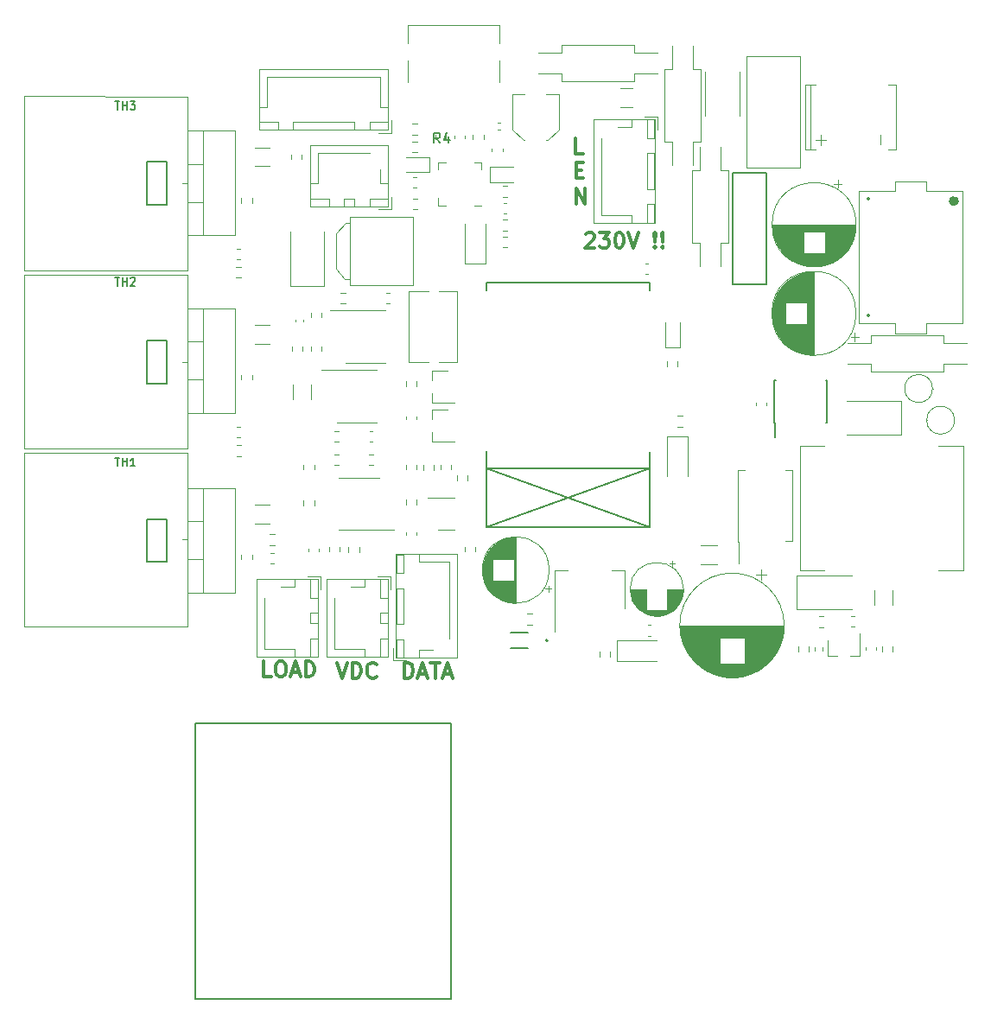
<source format=gto>
G04 #@! TF.GenerationSoftware,KiCad,Pcbnew,(5.1.9-13-g2d491f9cbd)-1*
G04 #@! TF.CreationDate,2021-06-08T14:19:33+02:00*
G04 #@! TF.ProjectId,Load,4c6f6164-2e6b-4696-9361-645f70636258,rev?*
G04 #@! TF.SameCoordinates,Original*
G04 #@! TF.FileFunction,Legend,Top*
G04 #@! TF.FilePolarity,Positive*
%FSLAX46Y46*%
G04 Gerber Fmt 4.6, Leading zero omitted, Abs format (unit mm)*
G04 Created by KiCad (PCBNEW (5.1.9-13-g2d491f9cbd)-1) date 2021-06-08 14:19:33*
%MOMM*%
%LPD*%
G01*
G04 APERTURE LIST*
%ADD10C,0.300000*%
%ADD11C,0.120000*%
%ADD12C,0.150000*%
%ADD13C,0.200000*%
%ADD14C,0.127000*%
%ADD15C,0.600000*%
%ADD16C,0.152400*%
G04 APERTURE END LIST*
D10*
X37374000Y-65829571D02*
X37374000Y-64329571D01*
X37731142Y-64329571D01*
X37945428Y-64401000D01*
X38088285Y-64543857D01*
X38159714Y-64686714D01*
X38231142Y-64972428D01*
X38231142Y-65186714D01*
X38159714Y-65472428D01*
X38088285Y-65615285D01*
X37945428Y-65758142D01*
X37731142Y-65829571D01*
X37374000Y-65829571D01*
X38802571Y-65401000D02*
X39516857Y-65401000D01*
X38659714Y-65829571D02*
X39159714Y-64329571D01*
X39659714Y-65829571D01*
X39945428Y-64329571D02*
X40802571Y-64329571D01*
X40374000Y-65829571D02*
X40374000Y-64329571D01*
X41231142Y-65401000D02*
X41945428Y-65401000D01*
X41088285Y-65829571D02*
X41588285Y-64329571D01*
X42088285Y-65829571D01*
X30766000Y-64329571D02*
X31266000Y-65829571D01*
X31766000Y-64329571D01*
X32266000Y-65829571D02*
X32266000Y-64329571D01*
X32623142Y-64329571D01*
X32837428Y-64401000D01*
X32980285Y-64543857D01*
X33051714Y-64686714D01*
X33123142Y-64972428D01*
X33123142Y-65186714D01*
X33051714Y-65472428D01*
X32980285Y-65615285D01*
X32837428Y-65758142D01*
X32623142Y-65829571D01*
X32266000Y-65829571D01*
X34623142Y-65686714D02*
X34551714Y-65758142D01*
X34337428Y-65829571D01*
X34194571Y-65829571D01*
X33980285Y-65758142D01*
X33837428Y-65615285D01*
X33766000Y-65472428D01*
X33694571Y-65186714D01*
X33694571Y-64972428D01*
X33766000Y-64686714D01*
X33837428Y-64543857D01*
X33980285Y-64401000D01*
X34194571Y-64329571D01*
X34337428Y-64329571D01*
X34551714Y-64401000D01*
X34623142Y-64472428D01*
X24320714Y-65702571D02*
X23606428Y-65702571D01*
X23606428Y-64202571D01*
X25106428Y-64202571D02*
X25392142Y-64202571D01*
X25535000Y-64274000D01*
X25677857Y-64416857D01*
X25749285Y-64702571D01*
X25749285Y-65202571D01*
X25677857Y-65488285D01*
X25535000Y-65631142D01*
X25392142Y-65702571D01*
X25106428Y-65702571D01*
X24963571Y-65631142D01*
X24820714Y-65488285D01*
X24749285Y-65202571D01*
X24749285Y-64702571D01*
X24820714Y-64416857D01*
X24963571Y-64274000D01*
X25106428Y-64202571D01*
X26320714Y-65274000D02*
X27035000Y-65274000D01*
X26177857Y-65702571D02*
X26677857Y-64202571D01*
X27177857Y-65702571D01*
X27677857Y-65702571D02*
X27677857Y-64202571D01*
X28035000Y-64202571D01*
X28249285Y-64274000D01*
X28392142Y-64416857D01*
X28463571Y-64559714D01*
X28535000Y-64845428D01*
X28535000Y-65059714D01*
X28463571Y-65345428D01*
X28392142Y-65488285D01*
X28249285Y-65631142D01*
X28035000Y-65702571D01*
X27677857Y-65702571D01*
X55142285Y-22308428D02*
X55213714Y-22237000D01*
X55356571Y-22165571D01*
X55713714Y-22165571D01*
X55856571Y-22237000D01*
X55928000Y-22308428D01*
X55999428Y-22451285D01*
X55999428Y-22594142D01*
X55928000Y-22808428D01*
X55070857Y-23665571D01*
X55999428Y-23665571D01*
X56499428Y-22165571D02*
X57428000Y-22165571D01*
X56928000Y-22737000D01*
X57142285Y-22737000D01*
X57285142Y-22808428D01*
X57356571Y-22879857D01*
X57428000Y-23022714D01*
X57428000Y-23379857D01*
X57356571Y-23522714D01*
X57285142Y-23594142D01*
X57142285Y-23665571D01*
X56713714Y-23665571D01*
X56570857Y-23594142D01*
X56499428Y-23522714D01*
X58356571Y-22165571D02*
X58499428Y-22165571D01*
X58642285Y-22237000D01*
X58713714Y-22308428D01*
X58785142Y-22451285D01*
X58856571Y-22737000D01*
X58856571Y-23094142D01*
X58785142Y-23379857D01*
X58713714Y-23522714D01*
X58642285Y-23594142D01*
X58499428Y-23665571D01*
X58356571Y-23665571D01*
X58213714Y-23594142D01*
X58142285Y-23522714D01*
X58070857Y-23379857D01*
X57999428Y-23094142D01*
X57999428Y-22737000D01*
X58070857Y-22451285D01*
X58142285Y-22308428D01*
X58213714Y-22237000D01*
X58356571Y-22165571D01*
X59285142Y-22165571D02*
X59785142Y-23665571D01*
X60285142Y-22165571D01*
X61928000Y-23522714D02*
X61999428Y-23594142D01*
X61928000Y-23665571D01*
X61856571Y-23594142D01*
X61928000Y-23522714D01*
X61928000Y-23665571D01*
X61928000Y-23094142D02*
X61856571Y-22237000D01*
X61928000Y-22165571D01*
X61999428Y-22237000D01*
X61928000Y-23094142D01*
X61928000Y-22165571D01*
X62642285Y-23522714D02*
X62713714Y-23594142D01*
X62642285Y-23665571D01*
X62570857Y-23594142D01*
X62642285Y-23522714D01*
X62642285Y-23665571D01*
X62642285Y-23094142D02*
X62570857Y-22237000D01*
X62642285Y-22165571D01*
X62713714Y-22237000D01*
X62642285Y-23094142D01*
X62642285Y-22165571D01*
X54189428Y-19341571D02*
X54189428Y-17841571D01*
X55046571Y-19341571D01*
X55046571Y-17841571D01*
X54196571Y-16055857D02*
X54696571Y-16055857D01*
X54910857Y-16841571D02*
X54196571Y-16841571D01*
X54196571Y-15341571D01*
X54910857Y-15341571D01*
X54882285Y-14441571D02*
X54168000Y-14441571D01*
X54168000Y-12941571D01*
D11*
X44337500Y-52975742D02*
X44337500Y-53450258D01*
X43292500Y-52975742D02*
X43292500Y-53450258D01*
X47006742Y-20940500D02*
X47481258Y-20940500D01*
X47006742Y-21985500D02*
X47481258Y-21985500D01*
X47006742Y-18683500D02*
X47481258Y-18683500D01*
X47006742Y-17638500D02*
X47481258Y-17638500D01*
X70118000Y-52513000D02*
X70048000Y-52513000D01*
X70048000Y-45493000D02*
X70048000Y-52513000D01*
X75388000Y-52433000D02*
X75388000Y-45493000D01*
X70048000Y-45493000D02*
X70718000Y-45493000D01*
X74718000Y-45493000D02*
X75388000Y-45493000D01*
X74718000Y-52433000D02*
X75388000Y-52433000D01*
X70118000Y-52513000D02*
X70118000Y-54603000D01*
X92119000Y-55259000D02*
X89706000Y-55259000D01*
X92119000Y-43067000D02*
X89706000Y-43067000D01*
X92119000Y-55259000D02*
X92119000Y-43067000D01*
X76117000Y-55259000D02*
X78530000Y-55259000D01*
X76117000Y-43067000D02*
X78530000Y-43067000D01*
X76117000Y-55259000D02*
X76117000Y-43067000D01*
X57545500Y-63262742D02*
X57545500Y-63737258D01*
X56500500Y-63262742D02*
X56500500Y-63737258D01*
X58202000Y-62163000D02*
X58202000Y-64163000D01*
X58202000Y-64163000D02*
X62102000Y-64163000D01*
X58202000Y-62163000D02*
X62102000Y-62163000D01*
X89127000Y-37463000D02*
X89197000Y-37463000D01*
X89127000Y-37463000D02*
G75*
G03*
X89127000Y-37463000I-1370000J0D01*
G01*
X88546000Y-40563000D02*
X88476000Y-40563000D01*
X91286000Y-40563000D02*
G75*
G03*
X91286000Y-40563000I-1370000J0D01*
G01*
X59874000Y-4547000D02*
X62160000Y-4547000D01*
X59874000Y-3785000D02*
X59874000Y-4547000D01*
X52762000Y-3785000D02*
X59874000Y-3785000D01*
X52762000Y-4547000D02*
X52762000Y-3785000D01*
X50476000Y-4547000D02*
X52762000Y-4547000D01*
X50603000Y-6579000D02*
X50476000Y-6579000D01*
X59874000Y-6579000D02*
X62160000Y-6579000D01*
X59874000Y-7341000D02*
X59874000Y-6579000D01*
X52762000Y-6579000D02*
X50603000Y-6579000D01*
X52762000Y-7341000D02*
X52762000Y-6579000D01*
X59874000Y-7341000D02*
X52762000Y-7341000D01*
X31895500Y-53500258D02*
X31895500Y-53025742D01*
X32940500Y-53500258D02*
X32940500Y-53025742D01*
X28958000Y-53403580D02*
X28958000Y-53122420D01*
X27938000Y-53403580D02*
X27938000Y-53122420D01*
X35734000Y-56153000D02*
X29764000Y-56153000D01*
X29764000Y-56153000D02*
X29764000Y-63773000D01*
X29764000Y-63773000D02*
X35734000Y-63773000D01*
X35734000Y-63773000D02*
X35734000Y-56153000D01*
X35724000Y-59463000D02*
X34974000Y-59463000D01*
X34974000Y-59463000D02*
X34974000Y-60463000D01*
X34974000Y-60463000D02*
X35724000Y-60463000D01*
X35724000Y-60463000D02*
X35724000Y-59463000D01*
X35724000Y-56163000D02*
X34974000Y-56163000D01*
X34974000Y-56163000D02*
X34974000Y-57963000D01*
X34974000Y-57963000D02*
X35724000Y-57963000D01*
X35724000Y-57963000D02*
X35724000Y-56163000D01*
X35724000Y-61963000D02*
X34974000Y-61963000D01*
X34974000Y-61963000D02*
X34974000Y-63763000D01*
X34974000Y-63763000D02*
X35724000Y-63763000D01*
X35724000Y-63763000D02*
X35724000Y-61963000D01*
X33474000Y-56163000D02*
X33474000Y-56913000D01*
X33474000Y-56913000D02*
X32134000Y-56913000D01*
X30524000Y-59963000D02*
X30524000Y-57973000D01*
X33474000Y-63763000D02*
X33474000Y-63013000D01*
X33474000Y-63013000D02*
X30524000Y-63013000D01*
X30524000Y-63013000D02*
X30524000Y-59963000D01*
X36024000Y-57113000D02*
X36024000Y-55863000D01*
X36024000Y-55863000D02*
X34774000Y-55863000D01*
X36268000Y-64113000D02*
X37518000Y-64113000D01*
X36268000Y-62863000D02*
X36268000Y-64113000D01*
X41768000Y-54463000D02*
X41768000Y-58763000D01*
X38818000Y-54463000D02*
X41768000Y-54463000D01*
X38818000Y-53713000D02*
X38818000Y-54463000D01*
X41768000Y-58763000D02*
X41768000Y-62003000D01*
X38818000Y-63063000D02*
X40158000Y-63063000D01*
X38818000Y-63813000D02*
X38818000Y-63063000D01*
X36568000Y-53713000D02*
X36568000Y-55513000D01*
X37318000Y-53713000D02*
X36568000Y-53713000D01*
X37318000Y-55513000D02*
X37318000Y-53713000D01*
X36568000Y-55513000D02*
X37318000Y-55513000D01*
X36568000Y-62013000D02*
X36568000Y-63813000D01*
X37318000Y-62013000D02*
X36568000Y-62013000D01*
X37318000Y-63813000D02*
X37318000Y-62013000D01*
X36568000Y-63813000D02*
X37318000Y-63813000D01*
X36568000Y-57013000D02*
X36568000Y-60513000D01*
X37318000Y-57013000D02*
X36568000Y-57013000D01*
X37318000Y-60513000D02*
X37318000Y-57013000D01*
X36568000Y-60513000D02*
X37318000Y-60513000D01*
X36558000Y-53703000D02*
X36558000Y-63823000D01*
X42528000Y-53703000D02*
X36558000Y-53703000D01*
X42528000Y-63823000D02*
X42528000Y-53703000D01*
X36558000Y-63823000D02*
X42528000Y-63823000D01*
X47006742Y-23636500D02*
X47481258Y-23636500D01*
X47006742Y-22591500D02*
X47481258Y-22591500D01*
X40108000Y-35683000D02*
X41568000Y-35683000D01*
X40108000Y-38843000D02*
X42268000Y-38843000D01*
X40108000Y-38843000D02*
X40108000Y-37913000D01*
X40108000Y-35683000D02*
X40108000Y-36613000D01*
X35778000Y-19623000D02*
X35778000Y-13653000D01*
X35778000Y-13653000D02*
X28158000Y-13653000D01*
X28158000Y-13653000D02*
X28158000Y-19623000D01*
X28158000Y-19623000D02*
X35778000Y-19623000D01*
X32468000Y-19613000D02*
X32468000Y-18863000D01*
X32468000Y-18863000D02*
X31468000Y-18863000D01*
X31468000Y-18863000D02*
X31468000Y-19613000D01*
X31468000Y-19613000D02*
X32468000Y-19613000D01*
X35768000Y-19613000D02*
X35768000Y-18863000D01*
X35768000Y-18863000D02*
X33968000Y-18863000D01*
X33968000Y-18863000D02*
X33968000Y-19613000D01*
X33968000Y-19613000D02*
X35768000Y-19613000D01*
X29968000Y-19613000D02*
X29968000Y-18863000D01*
X29968000Y-18863000D02*
X28168000Y-18863000D01*
X28168000Y-18863000D02*
X28168000Y-19613000D01*
X28168000Y-19613000D02*
X29968000Y-19613000D01*
X35768000Y-17363000D02*
X35018000Y-17363000D01*
X35018000Y-17363000D02*
X35018000Y-16023000D01*
X31968000Y-14413000D02*
X33958000Y-14413000D01*
X28168000Y-17363000D02*
X28918000Y-17363000D01*
X28918000Y-17363000D02*
X28918000Y-14413000D01*
X28918000Y-14413000D02*
X31968000Y-14413000D01*
X34818000Y-19913000D02*
X36068000Y-19913000D01*
X36068000Y-19913000D02*
X36068000Y-18663000D01*
X36068000Y-12413000D02*
X36068000Y-11163000D01*
X34818000Y-12413000D02*
X36068000Y-12413000D01*
X23918000Y-6913000D02*
X29468000Y-6913000D01*
X23918000Y-9863000D02*
X23918000Y-6913000D01*
X23168000Y-9863000D02*
X23918000Y-9863000D01*
X35018000Y-6913000D02*
X29468000Y-6913000D01*
X35018000Y-9863000D02*
X35018000Y-6913000D01*
X35768000Y-9863000D02*
X35018000Y-9863000D01*
X23168000Y-12113000D02*
X24968000Y-12113000D01*
X23168000Y-11363000D02*
X23168000Y-12113000D01*
X24968000Y-11363000D02*
X23168000Y-11363000D01*
X24968000Y-12113000D02*
X24968000Y-11363000D01*
X33968000Y-12113000D02*
X35768000Y-12113000D01*
X33968000Y-11363000D02*
X33968000Y-12113000D01*
X35768000Y-11363000D02*
X33968000Y-11363000D01*
X35768000Y-12113000D02*
X35768000Y-11363000D01*
X26468000Y-12113000D02*
X32468000Y-12113000D01*
X26468000Y-11363000D02*
X26468000Y-12113000D01*
X32468000Y-11363000D02*
X26468000Y-11363000D01*
X32468000Y-12113000D02*
X32468000Y-11363000D01*
X23158000Y-12123000D02*
X35778000Y-12123000D01*
X23158000Y-6153000D02*
X23158000Y-12123000D01*
X35778000Y-6153000D02*
X23158000Y-6153000D01*
X35778000Y-12123000D02*
X35778000Y-6153000D01*
X43323000Y-25237000D02*
X43323000Y-21337000D01*
X45323000Y-25237000D02*
X45323000Y-21337000D01*
X43323000Y-25237000D02*
X45323000Y-25237000D01*
X65135000Y-42113000D02*
X65135000Y-46013000D01*
X63135000Y-42113000D02*
X63135000Y-46013000D01*
X65135000Y-42113000D02*
X63135000Y-42113000D01*
D12*
X73643000Y-40838000D02*
X73693000Y-40838000D01*
X73643000Y-36688000D02*
X73788000Y-36688000D01*
X78793000Y-36688000D02*
X78648000Y-36688000D01*
X78793000Y-40838000D02*
X78648000Y-40838000D01*
X73643000Y-40838000D02*
X73643000Y-36688000D01*
X78793000Y-40838000D02*
X78793000Y-36688000D01*
X73693000Y-40838000D02*
X73693000Y-42238000D01*
D11*
X32718000Y-40773000D02*
X34668000Y-40773000D01*
X32718000Y-40773000D02*
X30768000Y-40773000D01*
X32718000Y-35653000D02*
X34668000Y-35653000D01*
X32718000Y-35653000D02*
X29268000Y-35653000D01*
X32918000Y-46203000D02*
X30968000Y-46203000D01*
X32918000Y-46203000D02*
X34868000Y-46203000D01*
X32918000Y-51323000D02*
X30968000Y-51323000D01*
X32918000Y-51323000D02*
X36368000Y-51323000D01*
X41468000Y-51323000D02*
X42268000Y-51323000D01*
X41468000Y-51323000D02*
X40668000Y-51323000D01*
X41468000Y-48203000D02*
X42268000Y-48203000D01*
X41468000Y-48203000D02*
X39668000Y-48203000D01*
X41433000Y-19523000D02*
X40708000Y-19523000D01*
X40708000Y-19523000D02*
X40708000Y-18798000D01*
X44203000Y-15303000D02*
X44928000Y-15303000D01*
X44928000Y-15303000D02*
X44928000Y-16028000D01*
X41433000Y-15303000D02*
X40708000Y-15303000D01*
X40708000Y-15303000D02*
X40708000Y-16028000D01*
X44203000Y-19523000D02*
X44928000Y-19523000D01*
D12*
X69567000Y-16302000D02*
X69567000Y-27224000D01*
X72869000Y-16302000D02*
X72869000Y-27224000D01*
X72869000Y-27224000D02*
X69567000Y-27224000D01*
X72869000Y-16302000D02*
X69567000Y-16302000D01*
D11*
X42548000Y-27948000D02*
X42548000Y-34898000D01*
X37808000Y-27948000D02*
X37808000Y-34898000D01*
X42548000Y-27948000D02*
X40762000Y-27948000D01*
X39772000Y-27948000D02*
X37808000Y-27948000D01*
X42548000Y-34898000D02*
X40762000Y-34898000D01*
X39772000Y-34898000D02*
X37808000Y-34898000D01*
X77598000Y-63145641D02*
X77598000Y-62838359D01*
X78358000Y-63145641D02*
X78358000Y-62838359D01*
X76976500Y-62754742D02*
X76976500Y-63229258D01*
X75931500Y-62754742D02*
X75931500Y-63229258D01*
X83408000Y-58690064D02*
X83408000Y-57235936D01*
X85228000Y-58690064D02*
X85228000Y-57235936D01*
X70228000Y-6385936D02*
X70228000Y-10740064D01*
X66808000Y-6385936D02*
X66808000Y-10740064D01*
X24145064Y-15673000D02*
X22690936Y-15673000D01*
X24145064Y-13853000D02*
X22690936Y-13853000D01*
X24145064Y-33073000D02*
X22690936Y-33073000D01*
X24145064Y-31253000D02*
X22690936Y-31253000D01*
X28228000Y-37085936D02*
X28228000Y-38540064D01*
X26408000Y-37085936D02*
X26408000Y-38540064D01*
X24145064Y-50673000D02*
X22690936Y-50673000D01*
X24145064Y-48853000D02*
X22690936Y-48853000D01*
X29957500Y-53450258D02*
X29957500Y-52975742D01*
X31002500Y-53450258D02*
X31002500Y-52975742D01*
X49855258Y-60585500D02*
X49380742Y-60585500D01*
X49855258Y-59540500D02*
X49380742Y-59540500D01*
X44095500Y-13050258D02*
X44095500Y-12575742D01*
X45140500Y-13050258D02*
X45140500Y-12575742D01*
X16148000Y-22443000D02*
X16148000Y-12203000D01*
X20789000Y-22443000D02*
X20789000Y-12203000D01*
X16148000Y-22443000D02*
X20789000Y-22443000D01*
X16148000Y-12203000D02*
X20789000Y-12203000D01*
X17658000Y-22443000D02*
X17658000Y-12203000D01*
X16148000Y-19173000D02*
X17658000Y-19173000D01*
X16148000Y-15472000D02*
X17658000Y-15472000D01*
X16148000Y-57443000D02*
X16148000Y-47203000D01*
X20789000Y-57443000D02*
X20789000Y-47203000D01*
X16148000Y-57443000D02*
X20789000Y-57443000D01*
X16148000Y-47203000D02*
X20789000Y-47203000D01*
X17658000Y-57443000D02*
X17658000Y-47203000D01*
X16148000Y-54173000D02*
X17658000Y-54173000D01*
X16148000Y-50472000D02*
X17658000Y-50472000D01*
X32018000Y-27363000D02*
X38218000Y-27363000D01*
X38218000Y-27363000D02*
X38218000Y-20663000D01*
X38218000Y-20663000D02*
X32018000Y-20663000D01*
X32018000Y-20663000D02*
X32018000Y-27363000D01*
X30718000Y-22263000D02*
X30718000Y-25763000D01*
X31518000Y-26763000D02*
X32018000Y-26763000D01*
X31568000Y-21263000D02*
X32018000Y-21263000D01*
X31568000Y-21263000D02*
X30718000Y-22263000D01*
X31518000Y-26763000D02*
X30718000Y-25763000D01*
X40108000Y-39533000D02*
X40108000Y-40463000D01*
X40108000Y-42693000D02*
X40108000Y-41763000D01*
X40108000Y-42693000D02*
X42268000Y-42693000D01*
X40108000Y-39533000D02*
X41568000Y-39533000D01*
X29166000Y-55863000D02*
X27916000Y-55863000D01*
X29166000Y-57113000D02*
X29166000Y-55863000D01*
X23666000Y-63013000D02*
X23666000Y-59963000D01*
X26616000Y-63013000D02*
X23666000Y-63013000D01*
X26616000Y-63763000D02*
X26616000Y-63013000D01*
X23666000Y-59963000D02*
X23666000Y-57973000D01*
X26616000Y-56913000D02*
X25276000Y-56913000D01*
X26616000Y-56163000D02*
X26616000Y-56913000D01*
X28866000Y-63763000D02*
X28866000Y-61963000D01*
X28116000Y-63763000D02*
X28866000Y-63763000D01*
X28116000Y-61963000D02*
X28116000Y-63763000D01*
X28866000Y-61963000D02*
X28116000Y-61963000D01*
X28866000Y-57963000D02*
X28866000Y-56163000D01*
X28116000Y-57963000D02*
X28866000Y-57963000D01*
X28116000Y-56163000D02*
X28116000Y-57963000D01*
X28866000Y-56163000D02*
X28116000Y-56163000D01*
X28866000Y-60463000D02*
X28866000Y-59463000D01*
X28116000Y-60463000D02*
X28866000Y-60463000D01*
X28116000Y-59463000D02*
X28116000Y-60463000D01*
X28866000Y-59463000D02*
X28116000Y-59463000D01*
X28876000Y-63773000D02*
X28876000Y-56153000D01*
X22906000Y-63773000D02*
X28876000Y-63773000D01*
X22906000Y-56153000D02*
X22906000Y-63773000D01*
X28876000Y-56153000D02*
X22906000Y-56153000D01*
X86077000Y-42013000D02*
X86077000Y-38713000D01*
X86077000Y-38713000D02*
X80677000Y-38713000D01*
X86077000Y-42013000D02*
X80677000Y-42013000D01*
X76673000Y-14038000D02*
X76673000Y-7688000D01*
X76673000Y-7688000D02*
X77689000Y-7688000D01*
X77181000Y-7688000D02*
X77181000Y-14038000D01*
X77689000Y-14038000D02*
X76673000Y-14038000D01*
X84801000Y-14038000D02*
X85563000Y-14038000D01*
X85563000Y-14038000D02*
X85563000Y-7688000D01*
X85563000Y-7688000D02*
X84801000Y-7688000D01*
X77689000Y-13149000D02*
X78705000Y-13149000D01*
X78197000Y-13530000D02*
X78197000Y-12768000D01*
X78197000Y-13657000D02*
X78197000Y-12641000D01*
X84039000Y-13530000D02*
X84039000Y-12641000D01*
X26218000Y-27463000D02*
X29518000Y-27463000D01*
X29518000Y-27463000D02*
X29518000Y-22063000D01*
X26218000Y-27463000D02*
X26218000Y-22063000D01*
X48044000Y-15775000D02*
X45759000Y-15775000D01*
X45759000Y-15775000D02*
X45759000Y-17245000D01*
X45759000Y-17245000D02*
X48044000Y-17245000D01*
X37518000Y-16248000D02*
X39803000Y-16248000D01*
X39803000Y-16248000D02*
X39803000Y-14778000D01*
X39803000Y-14778000D02*
X37518000Y-14778000D01*
D13*
X51418000Y-62163000D02*
G75*
G03*
X51418000Y-62163000I-100000J0D01*
G01*
D14*
X47788000Y-61413000D02*
X49448000Y-61413000D01*
X49448000Y-62913000D02*
X47788000Y-62913000D01*
D11*
X62892000Y-30950000D02*
X62892000Y-33410000D01*
X62892000Y-33410000D02*
X64362000Y-33410000D01*
X64362000Y-33410000D02*
X64362000Y-30950000D01*
X64723000Y-57134000D02*
G75*
G03*
X64723000Y-57134000I-2620000J0D01*
G01*
X61063000Y-57134000D02*
X59523000Y-57134000D01*
X64683000Y-57134000D02*
X63143000Y-57134000D01*
X61063000Y-57174000D02*
X59523000Y-57174000D01*
X64683000Y-57174000D02*
X63143000Y-57174000D01*
X64682000Y-57214000D02*
X63143000Y-57214000D01*
X61063000Y-57214000D02*
X59524000Y-57214000D01*
X64681000Y-57254000D02*
X63143000Y-57254000D01*
X61063000Y-57254000D02*
X59525000Y-57254000D01*
X64679000Y-57294000D02*
X63143000Y-57294000D01*
X61063000Y-57294000D02*
X59527000Y-57294000D01*
X64676000Y-57334000D02*
X63143000Y-57334000D01*
X61063000Y-57334000D02*
X59530000Y-57334000D01*
X64672000Y-57374000D02*
X63143000Y-57374000D01*
X61063000Y-57374000D02*
X59534000Y-57374000D01*
X64668000Y-57414000D02*
X63143000Y-57414000D01*
X61063000Y-57414000D02*
X59538000Y-57414000D01*
X64664000Y-57454000D02*
X63143000Y-57454000D01*
X61063000Y-57454000D02*
X59542000Y-57454000D01*
X64659000Y-57494000D02*
X63143000Y-57494000D01*
X61063000Y-57494000D02*
X59547000Y-57494000D01*
X64653000Y-57534000D02*
X63143000Y-57534000D01*
X61063000Y-57534000D02*
X59553000Y-57534000D01*
X64646000Y-57574000D02*
X63143000Y-57574000D01*
X61063000Y-57574000D02*
X59560000Y-57574000D01*
X64639000Y-57614000D02*
X63143000Y-57614000D01*
X61063000Y-57614000D02*
X59567000Y-57614000D01*
X64631000Y-57654000D02*
X63143000Y-57654000D01*
X61063000Y-57654000D02*
X59575000Y-57654000D01*
X64623000Y-57694000D02*
X63143000Y-57694000D01*
X61063000Y-57694000D02*
X59583000Y-57694000D01*
X64614000Y-57734000D02*
X63143000Y-57734000D01*
X61063000Y-57734000D02*
X59592000Y-57734000D01*
X64604000Y-57774000D02*
X63143000Y-57774000D01*
X61063000Y-57774000D02*
X59602000Y-57774000D01*
X64594000Y-57814000D02*
X63143000Y-57814000D01*
X61063000Y-57814000D02*
X59612000Y-57814000D01*
X64583000Y-57855000D02*
X63143000Y-57855000D01*
X61063000Y-57855000D02*
X59623000Y-57855000D01*
X64571000Y-57895000D02*
X63143000Y-57895000D01*
X61063000Y-57895000D02*
X59635000Y-57895000D01*
X64558000Y-57935000D02*
X63143000Y-57935000D01*
X61063000Y-57935000D02*
X59648000Y-57935000D01*
X64545000Y-57975000D02*
X63143000Y-57975000D01*
X61063000Y-57975000D02*
X59661000Y-57975000D01*
X64531000Y-58015000D02*
X63143000Y-58015000D01*
X61063000Y-58015000D02*
X59675000Y-58015000D01*
X64517000Y-58055000D02*
X63143000Y-58055000D01*
X61063000Y-58055000D02*
X59689000Y-58055000D01*
X64501000Y-58095000D02*
X63143000Y-58095000D01*
X61063000Y-58095000D02*
X59705000Y-58095000D01*
X64485000Y-58135000D02*
X63143000Y-58135000D01*
X61063000Y-58135000D02*
X59721000Y-58135000D01*
X64468000Y-58175000D02*
X63143000Y-58175000D01*
X61063000Y-58175000D02*
X59738000Y-58175000D01*
X64451000Y-58215000D02*
X63143000Y-58215000D01*
X61063000Y-58215000D02*
X59755000Y-58215000D01*
X64432000Y-58255000D02*
X63143000Y-58255000D01*
X61063000Y-58255000D02*
X59774000Y-58255000D01*
X64413000Y-58295000D02*
X63143000Y-58295000D01*
X61063000Y-58295000D02*
X59793000Y-58295000D01*
X64393000Y-58335000D02*
X63143000Y-58335000D01*
X61063000Y-58335000D02*
X59813000Y-58335000D01*
X64371000Y-58375000D02*
X63143000Y-58375000D01*
X61063000Y-58375000D02*
X59835000Y-58375000D01*
X64350000Y-58415000D02*
X63143000Y-58415000D01*
X61063000Y-58415000D02*
X59856000Y-58415000D01*
X64327000Y-58455000D02*
X63143000Y-58455000D01*
X61063000Y-58455000D02*
X59879000Y-58455000D01*
X64303000Y-58495000D02*
X63143000Y-58495000D01*
X61063000Y-58495000D02*
X59903000Y-58495000D01*
X64278000Y-58535000D02*
X63143000Y-58535000D01*
X61063000Y-58535000D02*
X59928000Y-58535000D01*
X64252000Y-58575000D02*
X63143000Y-58575000D01*
X61063000Y-58575000D02*
X59954000Y-58575000D01*
X64225000Y-58615000D02*
X63143000Y-58615000D01*
X61063000Y-58615000D02*
X59981000Y-58615000D01*
X64198000Y-58655000D02*
X63143000Y-58655000D01*
X61063000Y-58655000D02*
X60008000Y-58655000D01*
X64168000Y-58695000D02*
X63143000Y-58695000D01*
X61063000Y-58695000D02*
X60038000Y-58695000D01*
X64138000Y-58735000D02*
X63143000Y-58735000D01*
X61063000Y-58735000D02*
X60068000Y-58735000D01*
X64107000Y-58775000D02*
X63143000Y-58775000D01*
X61063000Y-58775000D02*
X60099000Y-58775000D01*
X64074000Y-58815000D02*
X63143000Y-58815000D01*
X61063000Y-58815000D02*
X60132000Y-58815000D01*
X64040000Y-58855000D02*
X63143000Y-58855000D01*
X61063000Y-58855000D02*
X60166000Y-58855000D01*
X64004000Y-58895000D02*
X63143000Y-58895000D01*
X61063000Y-58895000D02*
X60202000Y-58895000D01*
X63967000Y-58935000D02*
X63143000Y-58935000D01*
X61063000Y-58935000D02*
X60239000Y-58935000D01*
X63929000Y-58975000D02*
X63143000Y-58975000D01*
X61063000Y-58975000D02*
X60277000Y-58975000D01*
X63888000Y-59015000D02*
X63143000Y-59015000D01*
X61063000Y-59015000D02*
X60318000Y-59015000D01*
X63846000Y-59055000D02*
X63143000Y-59055000D01*
X61063000Y-59055000D02*
X60360000Y-59055000D01*
X63802000Y-59095000D02*
X63143000Y-59095000D01*
X61063000Y-59095000D02*
X60404000Y-59095000D01*
X63756000Y-59135000D02*
X63143000Y-59135000D01*
X61063000Y-59135000D02*
X60450000Y-59135000D01*
X63708000Y-59175000D02*
X60498000Y-59175000D01*
X63657000Y-59215000D02*
X60549000Y-59215000D01*
X63603000Y-59255000D02*
X60603000Y-59255000D01*
X63546000Y-59295000D02*
X60660000Y-59295000D01*
X63486000Y-59335000D02*
X60720000Y-59335000D01*
X63422000Y-59375000D02*
X60784000Y-59375000D01*
X63354000Y-59415000D02*
X60852000Y-59415000D01*
X63281000Y-59455000D02*
X60925000Y-59455000D01*
X63201000Y-59495000D02*
X61005000Y-59495000D01*
X63114000Y-59535000D02*
X61092000Y-59535000D01*
X63018000Y-59575000D02*
X61188000Y-59575000D01*
X62908000Y-59615000D02*
X61298000Y-59615000D01*
X62780000Y-59655000D02*
X61426000Y-59655000D01*
X62621000Y-59695000D02*
X61585000Y-59695000D01*
X62387000Y-59735000D02*
X61819000Y-59735000D01*
X63578000Y-54329225D02*
X63578000Y-54829225D01*
X63828000Y-54579225D02*
X63328000Y-54579225D01*
X83568000Y-62822420D02*
X83568000Y-63103580D01*
X82548000Y-62822420D02*
X82548000Y-63103580D01*
X74589000Y-60663000D02*
G75*
G03*
X74589000Y-60663000I-5120000J0D01*
G01*
X74549000Y-60663000D02*
X64389000Y-60663000D01*
X74549000Y-60703000D02*
X64389000Y-60703000D01*
X74549000Y-60743000D02*
X64389000Y-60743000D01*
X74548000Y-60783000D02*
X64390000Y-60783000D01*
X74547000Y-60823000D02*
X64391000Y-60823000D01*
X74546000Y-60863000D02*
X64392000Y-60863000D01*
X74544000Y-60903000D02*
X64394000Y-60903000D01*
X74542000Y-60943000D02*
X64396000Y-60943000D01*
X74539000Y-60983000D02*
X64399000Y-60983000D01*
X74537000Y-61023000D02*
X64401000Y-61023000D01*
X74534000Y-61063000D02*
X64404000Y-61063000D01*
X74531000Y-61103000D02*
X64407000Y-61103000D01*
X74527000Y-61143000D02*
X64411000Y-61143000D01*
X74523000Y-61183000D02*
X64415000Y-61183000D01*
X74519000Y-61223000D02*
X64419000Y-61223000D01*
X74514000Y-61263000D02*
X64424000Y-61263000D01*
X74509000Y-61303000D02*
X64429000Y-61303000D01*
X74504000Y-61343000D02*
X64434000Y-61343000D01*
X74499000Y-61384000D02*
X64439000Y-61384000D01*
X74493000Y-61424000D02*
X64445000Y-61424000D01*
X74487000Y-61464000D02*
X64451000Y-61464000D01*
X74480000Y-61504000D02*
X64458000Y-61504000D01*
X74473000Y-61544000D02*
X64465000Y-61544000D01*
X74466000Y-61584000D02*
X64472000Y-61584000D01*
X74459000Y-61624000D02*
X64479000Y-61624000D01*
X74451000Y-61664000D02*
X64487000Y-61664000D01*
X74443000Y-61704000D02*
X64495000Y-61704000D01*
X74434000Y-61744000D02*
X64504000Y-61744000D01*
X74425000Y-61784000D02*
X64513000Y-61784000D01*
X74416000Y-61824000D02*
X64522000Y-61824000D01*
X74407000Y-61864000D02*
X64531000Y-61864000D01*
X74397000Y-61904000D02*
X64541000Y-61904000D01*
X74387000Y-61944000D02*
X70710000Y-61944000D01*
X68228000Y-61944000D02*
X64551000Y-61944000D01*
X74376000Y-61984000D02*
X70710000Y-61984000D01*
X68228000Y-61984000D02*
X64562000Y-61984000D01*
X74366000Y-62024000D02*
X70710000Y-62024000D01*
X68228000Y-62024000D02*
X64572000Y-62024000D01*
X74354000Y-62064000D02*
X70710000Y-62064000D01*
X68228000Y-62064000D02*
X64584000Y-62064000D01*
X74343000Y-62104000D02*
X70710000Y-62104000D01*
X68228000Y-62104000D02*
X64595000Y-62104000D01*
X74331000Y-62144000D02*
X70710000Y-62144000D01*
X68228000Y-62144000D02*
X64607000Y-62144000D01*
X74319000Y-62184000D02*
X70710000Y-62184000D01*
X68228000Y-62184000D02*
X64619000Y-62184000D01*
X74306000Y-62224000D02*
X70710000Y-62224000D01*
X68228000Y-62224000D02*
X64632000Y-62224000D01*
X74293000Y-62264000D02*
X70710000Y-62264000D01*
X68228000Y-62264000D02*
X64645000Y-62264000D01*
X74280000Y-62304000D02*
X70710000Y-62304000D01*
X68228000Y-62304000D02*
X64658000Y-62304000D01*
X74266000Y-62344000D02*
X70710000Y-62344000D01*
X68228000Y-62344000D02*
X64672000Y-62344000D01*
X74252000Y-62384000D02*
X70710000Y-62384000D01*
X68228000Y-62384000D02*
X64686000Y-62384000D01*
X74237000Y-62424000D02*
X70710000Y-62424000D01*
X68228000Y-62424000D02*
X64701000Y-62424000D01*
X74223000Y-62464000D02*
X70710000Y-62464000D01*
X68228000Y-62464000D02*
X64715000Y-62464000D01*
X74207000Y-62504000D02*
X70710000Y-62504000D01*
X68228000Y-62504000D02*
X64731000Y-62504000D01*
X74192000Y-62544000D02*
X70710000Y-62544000D01*
X68228000Y-62544000D02*
X64746000Y-62544000D01*
X74176000Y-62584000D02*
X70710000Y-62584000D01*
X68228000Y-62584000D02*
X64762000Y-62584000D01*
X74159000Y-62624000D02*
X70710000Y-62624000D01*
X68228000Y-62624000D02*
X64779000Y-62624000D01*
X74143000Y-62664000D02*
X70710000Y-62664000D01*
X68228000Y-62664000D02*
X64795000Y-62664000D01*
X74126000Y-62704000D02*
X70710000Y-62704000D01*
X68228000Y-62704000D02*
X64812000Y-62704000D01*
X74108000Y-62744000D02*
X70710000Y-62744000D01*
X68228000Y-62744000D02*
X64830000Y-62744000D01*
X74090000Y-62784000D02*
X70710000Y-62784000D01*
X68228000Y-62784000D02*
X64848000Y-62784000D01*
X74072000Y-62824000D02*
X70710000Y-62824000D01*
X68228000Y-62824000D02*
X64866000Y-62824000D01*
X74053000Y-62864000D02*
X70710000Y-62864000D01*
X68228000Y-62864000D02*
X64885000Y-62864000D01*
X74033000Y-62904000D02*
X70710000Y-62904000D01*
X68228000Y-62904000D02*
X64905000Y-62904000D01*
X74014000Y-62944000D02*
X70710000Y-62944000D01*
X68228000Y-62944000D02*
X64924000Y-62944000D01*
X73994000Y-62984000D02*
X70710000Y-62984000D01*
X68228000Y-62984000D02*
X64944000Y-62984000D01*
X73973000Y-63024000D02*
X70710000Y-63024000D01*
X68228000Y-63024000D02*
X64965000Y-63024000D01*
X73952000Y-63064000D02*
X70710000Y-63064000D01*
X68228000Y-63064000D02*
X64986000Y-63064000D01*
X73931000Y-63104000D02*
X70710000Y-63104000D01*
X68228000Y-63104000D02*
X65007000Y-63104000D01*
X73909000Y-63144000D02*
X70710000Y-63144000D01*
X68228000Y-63144000D02*
X65029000Y-63144000D01*
X73886000Y-63184000D02*
X70710000Y-63184000D01*
X68228000Y-63184000D02*
X65052000Y-63184000D01*
X73864000Y-63224000D02*
X70710000Y-63224000D01*
X68228000Y-63224000D02*
X65074000Y-63224000D01*
X73840000Y-63264000D02*
X70710000Y-63264000D01*
X68228000Y-63264000D02*
X65098000Y-63264000D01*
X73816000Y-63304000D02*
X70710000Y-63304000D01*
X68228000Y-63304000D02*
X65122000Y-63304000D01*
X73792000Y-63344000D02*
X70710000Y-63344000D01*
X68228000Y-63344000D02*
X65146000Y-63344000D01*
X73767000Y-63384000D02*
X70710000Y-63384000D01*
X68228000Y-63384000D02*
X65171000Y-63384000D01*
X73742000Y-63424000D02*
X70710000Y-63424000D01*
X68228000Y-63424000D02*
X65196000Y-63424000D01*
X73716000Y-63464000D02*
X70710000Y-63464000D01*
X68228000Y-63464000D02*
X65222000Y-63464000D01*
X73690000Y-63504000D02*
X70710000Y-63504000D01*
X68228000Y-63504000D02*
X65248000Y-63504000D01*
X73663000Y-63544000D02*
X70710000Y-63544000D01*
X68228000Y-63544000D02*
X65275000Y-63544000D01*
X73635000Y-63584000D02*
X70710000Y-63584000D01*
X68228000Y-63584000D02*
X65303000Y-63584000D01*
X73607000Y-63624000D02*
X70710000Y-63624000D01*
X68228000Y-63624000D02*
X65331000Y-63624000D01*
X73579000Y-63664000D02*
X70710000Y-63664000D01*
X68228000Y-63664000D02*
X65359000Y-63664000D01*
X73549000Y-63704000D02*
X70710000Y-63704000D01*
X68228000Y-63704000D02*
X65389000Y-63704000D01*
X73519000Y-63744000D02*
X70710000Y-63744000D01*
X68228000Y-63744000D02*
X65419000Y-63744000D01*
X73489000Y-63784000D02*
X70710000Y-63784000D01*
X68228000Y-63784000D02*
X65449000Y-63784000D01*
X73458000Y-63824000D02*
X70710000Y-63824000D01*
X68228000Y-63824000D02*
X65480000Y-63824000D01*
X73426000Y-63864000D02*
X70710000Y-63864000D01*
X68228000Y-63864000D02*
X65512000Y-63864000D01*
X73394000Y-63904000D02*
X70710000Y-63904000D01*
X68228000Y-63904000D02*
X65544000Y-63904000D01*
X73361000Y-63944000D02*
X70710000Y-63944000D01*
X68228000Y-63944000D02*
X65577000Y-63944000D01*
X73327000Y-63984000D02*
X70710000Y-63984000D01*
X68228000Y-63984000D02*
X65611000Y-63984000D01*
X73293000Y-64024000D02*
X70710000Y-64024000D01*
X68228000Y-64024000D02*
X65645000Y-64024000D01*
X73258000Y-64064000D02*
X70710000Y-64064000D01*
X68228000Y-64064000D02*
X65680000Y-64064000D01*
X73222000Y-64104000D02*
X70710000Y-64104000D01*
X68228000Y-64104000D02*
X65716000Y-64104000D01*
X73185000Y-64144000D02*
X70710000Y-64144000D01*
X68228000Y-64144000D02*
X65753000Y-64144000D01*
X73148000Y-64184000D02*
X70710000Y-64184000D01*
X68228000Y-64184000D02*
X65790000Y-64184000D01*
X73109000Y-64224000D02*
X70710000Y-64224000D01*
X68228000Y-64224000D02*
X65829000Y-64224000D01*
X73070000Y-64264000D02*
X70710000Y-64264000D01*
X68228000Y-64264000D02*
X65868000Y-64264000D01*
X73030000Y-64304000D02*
X70710000Y-64304000D01*
X68228000Y-64304000D02*
X65908000Y-64304000D01*
X72989000Y-64344000D02*
X70710000Y-64344000D01*
X68228000Y-64344000D02*
X65949000Y-64344000D01*
X72947000Y-64384000D02*
X70710000Y-64384000D01*
X68228000Y-64384000D02*
X65991000Y-64384000D01*
X72905000Y-64424000D02*
X66033000Y-64424000D01*
X72861000Y-64464000D02*
X66077000Y-64464000D01*
X72816000Y-64504000D02*
X66122000Y-64504000D01*
X72770000Y-64544000D02*
X66168000Y-64544000D01*
X72723000Y-64584000D02*
X66215000Y-64584000D01*
X72675000Y-64624000D02*
X66263000Y-64624000D01*
X72625000Y-64664000D02*
X66313000Y-64664000D01*
X72575000Y-64704000D02*
X66363000Y-64704000D01*
X72523000Y-64744000D02*
X66415000Y-64744000D01*
X72469000Y-64784000D02*
X66469000Y-64784000D01*
X72414000Y-64824000D02*
X66524000Y-64824000D01*
X72358000Y-64864000D02*
X66580000Y-64864000D01*
X72299000Y-64904000D02*
X66639000Y-64904000D01*
X72239000Y-64944000D02*
X66699000Y-64944000D01*
X72178000Y-64984000D02*
X66760000Y-64984000D01*
X72114000Y-65024000D02*
X66824000Y-65024000D01*
X72048000Y-65064000D02*
X66890000Y-65064000D01*
X71979000Y-65104000D02*
X66959000Y-65104000D01*
X71908000Y-65144000D02*
X67030000Y-65144000D01*
X71834000Y-65184000D02*
X67104000Y-65184000D01*
X71758000Y-65224000D02*
X67180000Y-65224000D01*
X71678000Y-65264000D02*
X67260000Y-65264000D01*
X71594000Y-65304000D02*
X67344000Y-65304000D01*
X71506000Y-65344000D02*
X67432000Y-65344000D01*
X71413000Y-65384000D02*
X67525000Y-65384000D01*
X71315000Y-65424000D02*
X67623000Y-65424000D01*
X71211000Y-65464000D02*
X67727000Y-65464000D01*
X71099000Y-65504000D02*
X67839000Y-65504000D01*
X70979000Y-65544000D02*
X67959000Y-65544000D01*
X70847000Y-65584000D02*
X68091000Y-65584000D01*
X70699000Y-65624000D02*
X68239000Y-65624000D01*
X70531000Y-65664000D02*
X68407000Y-65664000D01*
X70331000Y-65704000D02*
X68607000Y-65704000D01*
X70068000Y-65744000D02*
X68870000Y-65744000D01*
X72344000Y-55183354D02*
X72344000Y-56183354D01*
X72844000Y-55683354D02*
X71844000Y-55683354D01*
X71808000Y-39103580D02*
X71808000Y-38822420D01*
X72828000Y-39103580D02*
X72828000Y-38822420D01*
X83062000Y-32285000D02*
X90174000Y-32285000D01*
X90174000Y-32285000D02*
X90174000Y-33047000D01*
X90174000Y-33047000D02*
X92333000Y-33047000D01*
X83062000Y-32285000D02*
X83062000Y-33047000D01*
X83062000Y-33047000D02*
X80776000Y-33047000D01*
X92333000Y-33047000D02*
X92460000Y-33047000D01*
X92460000Y-35079000D02*
X90174000Y-35079000D01*
X90174000Y-35079000D02*
X90174000Y-35841000D01*
X90174000Y-35841000D02*
X83062000Y-35841000D01*
X83062000Y-35841000D02*
X83062000Y-35079000D01*
X83062000Y-35079000D02*
X80776000Y-35079000D01*
X81618000Y-30099000D02*
G75*
G03*
X81618000Y-30099000I-4120000J0D01*
G01*
X77498000Y-34179000D02*
X77498000Y-26019000D01*
X77458000Y-34179000D02*
X77458000Y-26019000D01*
X77418000Y-34179000D02*
X77418000Y-26019000D01*
X77378000Y-34178000D02*
X77378000Y-26020000D01*
X77338000Y-34176000D02*
X77338000Y-26022000D01*
X77298000Y-34175000D02*
X77298000Y-26023000D01*
X77258000Y-34173000D02*
X77258000Y-26025000D01*
X77218000Y-34170000D02*
X77218000Y-26028000D01*
X77178000Y-34167000D02*
X77178000Y-26031000D01*
X77138000Y-34164000D02*
X77138000Y-26034000D01*
X77098000Y-34160000D02*
X77098000Y-26038000D01*
X77058000Y-34156000D02*
X77058000Y-26042000D01*
X77018000Y-34151000D02*
X77018000Y-26047000D01*
X76978000Y-34147000D02*
X76978000Y-26051000D01*
X76938000Y-34141000D02*
X76938000Y-26057000D01*
X76898000Y-34136000D02*
X76898000Y-26062000D01*
X76858000Y-34129000D02*
X76858000Y-26069000D01*
X76818000Y-34123000D02*
X76818000Y-26075000D01*
X76777000Y-34116000D02*
X76777000Y-31139000D01*
X76777000Y-29059000D02*
X76777000Y-26082000D01*
X76737000Y-34109000D02*
X76737000Y-31139000D01*
X76737000Y-29059000D02*
X76737000Y-26089000D01*
X76697000Y-34101000D02*
X76697000Y-31139000D01*
X76697000Y-29059000D02*
X76697000Y-26097000D01*
X76657000Y-34093000D02*
X76657000Y-31139000D01*
X76657000Y-29059000D02*
X76657000Y-26105000D01*
X76617000Y-34084000D02*
X76617000Y-31139000D01*
X76617000Y-29059000D02*
X76617000Y-26114000D01*
X76577000Y-34075000D02*
X76577000Y-31139000D01*
X76577000Y-29059000D02*
X76577000Y-26123000D01*
X76537000Y-34066000D02*
X76537000Y-31139000D01*
X76537000Y-29059000D02*
X76537000Y-26132000D01*
X76497000Y-34056000D02*
X76497000Y-31139000D01*
X76497000Y-29059000D02*
X76497000Y-26142000D01*
X76457000Y-34046000D02*
X76457000Y-31139000D01*
X76457000Y-29059000D02*
X76457000Y-26152000D01*
X76417000Y-34035000D02*
X76417000Y-31139000D01*
X76417000Y-29059000D02*
X76417000Y-26163000D01*
X76377000Y-34024000D02*
X76377000Y-31139000D01*
X76377000Y-29059000D02*
X76377000Y-26174000D01*
X76337000Y-34013000D02*
X76337000Y-31139000D01*
X76337000Y-29059000D02*
X76337000Y-26185000D01*
X76297000Y-34001000D02*
X76297000Y-31139000D01*
X76297000Y-29059000D02*
X76297000Y-26197000D01*
X76257000Y-33988000D02*
X76257000Y-31139000D01*
X76257000Y-29059000D02*
X76257000Y-26210000D01*
X76217000Y-33976000D02*
X76217000Y-31139000D01*
X76217000Y-29059000D02*
X76217000Y-26222000D01*
X76177000Y-33962000D02*
X76177000Y-31139000D01*
X76177000Y-29059000D02*
X76177000Y-26236000D01*
X76137000Y-33949000D02*
X76137000Y-31139000D01*
X76137000Y-29059000D02*
X76137000Y-26249000D01*
X76097000Y-33934000D02*
X76097000Y-31139000D01*
X76097000Y-29059000D02*
X76097000Y-26264000D01*
X76057000Y-33920000D02*
X76057000Y-31139000D01*
X76057000Y-29059000D02*
X76057000Y-26278000D01*
X76017000Y-33904000D02*
X76017000Y-31139000D01*
X76017000Y-29059000D02*
X76017000Y-26294000D01*
X75977000Y-33889000D02*
X75977000Y-31139000D01*
X75977000Y-29059000D02*
X75977000Y-26309000D01*
X75937000Y-33873000D02*
X75937000Y-31139000D01*
X75937000Y-29059000D02*
X75937000Y-26325000D01*
X75897000Y-33856000D02*
X75897000Y-31139000D01*
X75897000Y-29059000D02*
X75897000Y-26342000D01*
X75857000Y-33839000D02*
X75857000Y-31139000D01*
X75857000Y-29059000D02*
X75857000Y-26359000D01*
X75817000Y-33821000D02*
X75817000Y-31139000D01*
X75817000Y-29059000D02*
X75817000Y-26377000D01*
X75777000Y-33803000D02*
X75777000Y-31139000D01*
X75777000Y-29059000D02*
X75777000Y-26395000D01*
X75737000Y-33785000D02*
X75737000Y-31139000D01*
X75737000Y-29059000D02*
X75737000Y-26413000D01*
X75697000Y-33765000D02*
X75697000Y-31139000D01*
X75697000Y-29059000D02*
X75697000Y-26433000D01*
X75657000Y-33746000D02*
X75657000Y-31139000D01*
X75657000Y-29059000D02*
X75657000Y-26452000D01*
X75617000Y-33726000D02*
X75617000Y-31139000D01*
X75617000Y-29059000D02*
X75617000Y-26472000D01*
X75577000Y-33705000D02*
X75577000Y-31139000D01*
X75577000Y-29059000D02*
X75577000Y-26493000D01*
X75537000Y-33683000D02*
X75537000Y-31139000D01*
X75537000Y-29059000D02*
X75537000Y-26515000D01*
X75497000Y-33661000D02*
X75497000Y-31139000D01*
X75497000Y-29059000D02*
X75497000Y-26537000D01*
X75457000Y-33639000D02*
X75457000Y-31139000D01*
X75457000Y-29059000D02*
X75457000Y-26559000D01*
X75417000Y-33616000D02*
X75417000Y-31139000D01*
X75417000Y-29059000D02*
X75417000Y-26582000D01*
X75377000Y-33592000D02*
X75377000Y-31139000D01*
X75377000Y-29059000D02*
X75377000Y-26606000D01*
X75337000Y-33568000D02*
X75337000Y-31139000D01*
X75337000Y-29059000D02*
X75337000Y-26630000D01*
X75297000Y-33543000D02*
X75297000Y-31139000D01*
X75297000Y-29059000D02*
X75297000Y-26655000D01*
X75257000Y-33517000D02*
X75257000Y-31139000D01*
X75257000Y-29059000D02*
X75257000Y-26681000D01*
X75217000Y-33491000D02*
X75217000Y-31139000D01*
X75217000Y-29059000D02*
X75217000Y-26707000D01*
X75177000Y-33464000D02*
X75177000Y-31139000D01*
X75177000Y-29059000D02*
X75177000Y-26734000D01*
X75137000Y-33437000D02*
X75137000Y-31139000D01*
X75137000Y-29059000D02*
X75137000Y-26761000D01*
X75097000Y-33408000D02*
X75097000Y-31139000D01*
X75097000Y-29059000D02*
X75097000Y-26790000D01*
X75057000Y-33379000D02*
X75057000Y-31139000D01*
X75057000Y-29059000D02*
X75057000Y-26819000D01*
X75017000Y-33349000D02*
X75017000Y-31139000D01*
X75017000Y-29059000D02*
X75017000Y-26849000D01*
X74977000Y-33319000D02*
X74977000Y-31139000D01*
X74977000Y-29059000D02*
X74977000Y-26879000D01*
X74937000Y-33288000D02*
X74937000Y-31139000D01*
X74937000Y-29059000D02*
X74937000Y-26910000D01*
X74897000Y-33255000D02*
X74897000Y-31139000D01*
X74897000Y-29059000D02*
X74897000Y-26943000D01*
X74857000Y-33223000D02*
X74857000Y-31139000D01*
X74857000Y-29059000D02*
X74857000Y-26975000D01*
X74817000Y-33189000D02*
X74817000Y-31139000D01*
X74817000Y-29059000D02*
X74817000Y-27009000D01*
X74777000Y-33154000D02*
X74777000Y-31139000D01*
X74777000Y-29059000D02*
X74777000Y-27044000D01*
X74737000Y-33118000D02*
X74737000Y-31139000D01*
X74737000Y-29059000D02*
X74737000Y-27080000D01*
X74697000Y-33082000D02*
X74697000Y-27116000D01*
X74657000Y-33044000D02*
X74657000Y-27154000D01*
X74617000Y-33006000D02*
X74617000Y-27192000D01*
X74577000Y-32966000D02*
X74577000Y-27232000D01*
X74537000Y-32925000D02*
X74537000Y-27273000D01*
X74497000Y-32883000D02*
X74497000Y-27315000D01*
X74457000Y-32840000D02*
X74457000Y-27358000D01*
X74417000Y-32796000D02*
X74417000Y-27402000D01*
X74377000Y-32750000D02*
X74377000Y-27448000D01*
X74337000Y-32703000D02*
X74337000Y-27495000D01*
X74297000Y-32655000D02*
X74297000Y-27543000D01*
X74257000Y-32604000D02*
X74257000Y-27594000D01*
X74217000Y-32553000D02*
X74217000Y-27645000D01*
X74177000Y-32499000D02*
X74177000Y-27699000D01*
X74137000Y-32444000D02*
X74137000Y-27754000D01*
X74097000Y-32386000D02*
X74097000Y-27812000D01*
X74057000Y-32327000D02*
X74057000Y-27871000D01*
X74017000Y-32265000D02*
X74017000Y-27933000D01*
X73977000Y-32201000D02*
X73977000Y-27997000D01*
X73937000Y-32133000D02*
X73937000Y-28065000D01*
X73897000Y-32063000D02*
X73897000Y-28135000D01*
X73857000Y-31989000D02*
X73857000Y-28209000D01*
X73817000Y-31912000D02*
X73817000Y-28286000D01*
X73777000Y-31830000D02*
X73777000Y-28368000D01*
X73737000Y-31744000D02*
X73737000Y-28454000D01*
X73697000Y-31651000D02*
X73697000Y-28547000D01*
X73657000Y-31552000D02*
X73657000Y-28646000D01*
X73617000Y-31445000D02*
X73617000Y-28753000D01*
X73577000Y-31328000D02*
X73577000Y-28870000D01*
X73537000Y-31197000D02*
X73537000Y-29001000D01*
X73497000Y-31047000D02*
X73497000Y-29151000D01*
X73457000Y-30867000D02*
X73457000Y-29331000D01*
X73417000Y-30632000D02*
X73417000Y-29566000D01*
X81907698Y-32414000D02*
X81107698Y-32414000D01*
X81507698Y-32814000D02*
X81507698Y-32014000D01*
X81638000Y-21413000D02*
G75*
G03*
X81638000Y-21413000I-4120000J0D01*
G01*
X81598000Y-21413000D02*
X73438000Y-21413000D01*
X81598000Y-21453000D02*
X73438000Y-21453000D01*
X81598000Y-21493000D02*
X73438000Y-21493000D01*
X81597000Y-21533000D02*
X73439000Y-21533000D01*
X81595000Y-21573000D02*
X73441000Y-21573000D01*
X81594000Y-21613000D02*
X73442000Y-21613000D01*
X81592000Y-21653000D02*
X73444000Y-21653000D01*
X81589000Y-21693000D02*
X73447000Y-21693000D01*
X81586000Y-21733000D02*
X73450000Y-21733000D01*
X81583000Y-21773000D02*
X73453000Y-21773000D01*
X81579000Y-21813000D02*
X73457000Y-21813000D01*
X81575000Y-21853000D02*
X73461000Y-21853000D01*
X81570000Y-21893000D02*
X73466000Y-21893000D01*
X81566000Y-21933000D02*
X73470000Y-21933000D01*
X81560000Y-21973000D02*
X73476000Y-21973000D01*
X81555000Y-22013000D02*
X73481000Y-22013000D01*
X81548000Y-22053000D02*
X73488000Y-22053000D01*
X81542000Y-22093000D02*
X73494000Y-22093000D01*
X81535000Y-22134000D02*
X78558000Y-22134000D01*
X76478000Y-22134000D02*
X73501000Y-22134000D01*
X81528000Y-22174000D02*
X78558000Y-22174000D01*
X76478000Y-22174000D02*
X73508000Y-22174000D01*
X81520000Y-22214000D02*
X78558000Y-22214000D01*
X76478000Y-22214000D02*
X73516000Y-22214000D01*
X81512000Y-22254000D02*
X78558000Y-22254000D01*
X76478000Y-22254000D02*
X73524000Y-22254000D01*
X81503000Y-22294000D02*
X78558000Y-22294000D01*
X76478000Y-22294000D02*
X73533000Y-22294000D01*
X81494000Y-22334000D02*
X78558000Y-22334000D01*
X76478000Y-22334000D02*
X73542000Y-22334000D01*
X81485000Y-22374000D02*
X78558000Y-22374000D01*
X76478000Y-22374000D02*
X73551000Y-22374000D01*
X81475000Y-22414000D02*
X78558000Y-22414000D01*
X76478000Y-22414000D02*
X73561000Y-22414000D01*
X81465000Y-22454000D02*
X78558000Y-22454000D01*
X76478000Y-22454000D02*
X73571000Y-22454000D01*
X81454000Y-22494000D02*
X78558000Y-22494000D01*
X76478000Y-22494000D02*
X73582000Y-22494000D01*
X81443000Y-22534000D02*
X78558000Y-22534000D01*
X76478000Y-22534000D02*
X73593000Y-22534000D01*
X81432000Y-22574000D02*
X78558000Y-22574000D01*
X76478000Y-22574000D02*
X73604000Y-22574000D01*
X81420000Y-22614000D02*
X78558000Y-22614000D01*
X76478000Y-22614000D02*
X73616000Y-22614000D01*
X81407000Y-22654000D02*
X78558000Y-22654000D01*
X76478000Y-22654000D02*
X73629000Y-22654000D01*
X81395000Y-22694000D02*
X78558000Y-22694000D01*
X76478000Y-22694000D02*
X73641000Y-22694000D01*
X81381000Y-22734000D02*
X78558000Y-22734000D01*
X76478000Y-22734000D02*
X73655000Y-22734000D01*
X81368000Y-22774000D02*
X78558000Y-22774000D01*
X76478000Y-22774000D02*
X73668000Y-22774000D01*
X81353000Y-22814000D02*
X78558000Y-22814000D01*
X76478000Y-22814000D02*
X73683000Y-22814000D01*
X81339000Y-22854000D02*
X78558000Y-22854000D01*
X76478000Y-22854000D02*
X73697000Y-22854000D01*
X81323000Y-22894000D02*
X78558000Y-22894000D01*
X76478000Y-22894000D02*
X73713000Y-22894000D01*
X81308000Y-22934000D02*
X78558000Y-22934000D01*
X76478000Y-22934000D02*
X73728000Y-22934000D01*
X81292000Y-22974000D02*
X78558000Y-22974000D01*
X76478000Y-22974000D02*
X73744000Y-22974000D01*
X81275000Y-23014000D02*
X78558000Y-23014000D01*
X76478000Y-23014000D02*
X73761000Y-23014000D01*
X81258000Y-23054000D02*
X78558000Y-23054000D01*
X76478000Y-23054000D02*
X73778000Y-23054000D01*
X81240000Y-23094000D02*
X78558000Y-23094000D01*
X76478000Y-23094000D02*
X73796000Y-23094000D01*
X81222000Y-23134000D02*
X78558000Y-23134000D01*
X76478000Y-23134000D02*
X73814000Y-23134000D01*
X81204000Y-23174000D02*
X78558000Y-23174000D01*
X76478000Y-23174000D02*
X73832000Y-23174000D01*
X81184000Y-23214000D02*
X78558000Y-23214000D01*
X76478000Y-23214000D02*
X73852000Y-23214000D01*
X81165000Y-23254000D02*
X78558000Y-23254000D01*
X76478000Y-23254000D02*
X73871000Y-23254000D01*
X81145000Y-23294000D02*
X78558000Y-23294000D01*
X76478000Y-23294000D02*
X73891000Y-23294000D01*
X81124000Y-23334000D02*
X78558000Y-23334000D01*
X76478000Y-23334000D02*
X73912000Y-23334000D01*
X81102000Y-23374000D02*
X78558000Y-23374000D01*
X76478000Y-23374000D02*
X73934000Y-23374000D01*
X81080000Y-23414000D02*
X78558000Y-23414000D01*
X76478000Y-23414000D02*
X73956000Y-23414000D01*
X81058000Y-23454000D02*
X78558000Y-23454000D01*
X76478000Y-23454000D02*
X73978000Y-23454000D01*
X81035000Y-23494000D02*
X78558000Y-23494000D01*
X76478000Y-23494000D02*
X74001000Y-23494000D01*
X81011000Y-23534000D02*
X78558000Y-23534000D01*
X76478000Y-23534000D02*
X74025000Y-23534000D01*
X80987000Y-23574000D02*
X78558000Y-23574000D01*
X76478000Y-23574000D02*
X74049000Y-23574000D01*
X80962000Y-23614000D02*
X78558000Y-23614000D01*
X76478000Y-23614000D02*
X74074000Y-23614000D01*
X80936000Y-23654000D02*
X78558000Y-23654000D01*
X76478000Y-23654000D02*
X74100000Y-23654000D01*
X80910000Y-23694000D02*
X78558000Y-23694000D01*
X76478000Y-23694000D02*
X74126000Y-23694000D01*
X80883000Y-23734000D02*
X78558000Y-23734000D01*
X76478000Y-23734000D02*
X74153000Y-23734000D01*
X80856000Y-23774000D02*
X78558000Y-23774000D01*
X76478000Y-23774000D02*
X74180000Y-23774000D01*
X80827000Y-23814000D02*
X78558000Y-23814000D01*
X76478000Y-23814000D02*
X74209000Y-23814000D01*
X80798000Y-23854000D02*
X78558000Y-23854000D01*
X76478000Y-23854000D02*
X74238000Y-23854000D01*
X80768000Y-23894000D02*
X78558000Y-23894000D01*
X76478000Y-23894000D02*
X74268000Y-23894000D01*
X80738000Y-23934000D02*
X78558000Y-23934000D01*
X76478000Y-23934000D02*
X74298000Y-23934000D01*
X80707000Y-23974000D02*
X78558000Y-23974000D01*
X76478000Y-23974000D02*
X74329000Y-23974000D01*
X80674000Y-24014000D02*
X78558000Y-24014000D01*
X76478000Y-24014000D02*
X74362000Y-24014000D01*
X80642000Y-24054000D02*
X78558000Y-24054000D01*
X76478000Y-24054000D02*
X74394000Y-24054000D01*
X80608000Y-24094000D02*
X78558000Y-24094000D01*
X76478000Y-24094000D02*
X74428000Y-24094000D01*
X80573000Y-24134000D02*
X78558000Y-24134000D01*
X76478000Y-24134000D02*
X74463000Y-24134000D01*
X80537000Y-24174000D02*
X78558000Y-24174000D01*
X76478000Y-24174000D02*
X74499000Y-24174000D01*
X80501000Y-24214000D02*
X74535000Y-24214000D01*
X80463000Y-24254000D02*
X74573000Y-24254000D01*
X80425000Y-24294000D02*
X74611000Y-24294000D01*
X80385000Y-24334000D02*
X74651000Y-24334000D01*
X80344000Y-24374000D02*
X74692000Y-24374000D01*
X80302000Y-24414000D02*
X74734000Y-24414000D01*
X80259000Y-24454000D02*
X74777000Y-24454000D01*
X80215000Y-24494000D02*
X74821000Y-24494000D01*
X80169000Y-24534000D02*
X74867000Y-24534000D01*
X80122000Y-24574000D02*
X74914000Y-24574000D01*
X80074000Y-24614000D02*
X74962000Y-24614000D01*
X80023000Y-24654000D02*
X75013000Y-24654000D01*
X79972000Y-24694000D02*
X75064000Y-24694000D01*
X79918000Y-24734000D02*
X75118000Y-24734000D01*
X79863000Y-24774000D02*
X75173000Y-24774000D01*
X79805000Y-24814000D02*
X75231000Y-24814000D01*
X79746000Y-24854000D02*
X75290000Y-24854000D01*
X79684000Y-24894000D02*
X75352000Y-24894000D01*
X79620000Y-24934000D02*
X75416000Y-24934000D01*
X79552000Y-24974000D02*
X75484000Y-24974000D01*
X79482000Y-25014000D02*
X75554000Y-25014000D01*
X79408000Y-25054000D02*
X75628000Y-25054000D01*
X79331000Y-25094000D02*
X75705000Y-25094000D01*
X79249000Y-25134000D02*
X75787000Y-25134000D01*
X79163000Y-25174000D02*
X75873000Y-25174000D01*
X79070000Y-25214000D02*
X75966000Y-25214000D01*
X78971000Y-25254000D02*
X76065000Y-25254000D01*
X78864000Y-25294000D02*
X76172000Y-25294000D01*
X78747000Y-25334000D02*
X76289000Y-25334000D01*
X78616000Y-25374000D02*
X76420000Y-25374000D01*
X78466000Y-25414000D02*
X76570000Y-25414000D01*
X78286000Y-25454000D02*
X76750000Y-25454000D01*
X78051000Y-25494000D02*
X76985000Y-25494000D01*
X79833000Y-17003302D02*
X79833000Y-17803302D01*
X80233000Y-17403302D02*
X79433000Y-17403302D01*
X52478000Y-8603000D02*
X51278000Y-8603000D01*
X47958000Y-8603000D02*
X49158000Y-8603000D01*
X47958000Y-12058563D02*
X47958000Y-8603000D01*
X52478000Y-12058563D02*
X52478000Y-8603000D01*
X51413563Y-13123000D02*
X51278000Y-13123000D01*
X49022437Y-13123000D02*
X49158000Y-13123000D01*
X49022437Y-13123000D02*
X47958000Y-12058563D01*
X51413563Y-13123000D02*
X52478000Y-12058563D01*
X73518000Y-4863900D02*
X76108800Y-4863900D01*
X76108800Y-4863900D02*
X76108800Y-15824000D01*
X76108800Y-15849400D02*
X70927200Y-15849400D01*
X70927200Y-15849400D02*
X70927200Y-4863900D01*
X70927200Y-4863900D02*
X73518000Y-4863900D01*
X65540000Y-23219000D02*
X65540000Y-16107000D01*
X65540000Y-16107000D02*
X66302000Y-16107000D01*
X66302000Y-16107000D02*
X66302000Y-13948000D01*
X65540000Y-23219000D02*
X66302000Y-23219000D01*
X66302000Y-23219000D02*
X66302000Y-25505000D01*
X66302000Y-13948000D02*
X66302000Y-13821000D01*
X68334000Y-13821000D02*
X68334000Y-16107000D01*
X68334000Y-16107000D02*
X69096000Y-16107000D01*
X69096000Y-16107000D02*
X69096000Y-23219000D01*
X69096000Y-23219000D02*
X68334000Y-23219000D01*
X68334000Y-23219000D02*
X68334000Y-25505000D01*
X62840000Y-13319000D02*
X62840000Y-6207000D01*
X62840000Y-6207000D02*
X63602000Y-6207000D01*
X63602000Y-6207000D02*
X63602000Y-4048000D01*
X62840000Y-13319000D02*
X63602000Y-13319000D01*
X63602000Y-13319000D02*
X63602000Y-15605000D01*
X63602000Y-4048000D02*
X63602000Y-3921000D01*
X65634000Y-3921000D02*
X65634000Y-6207000D01*
X65634000Y-6207000D02*
X66396000Y-6207000D01*
X66396000Y-6207000D02*
X66396000Y-13319000D01*
X66396000Y-13319000D02*
X65634000Y-13319000D01*
X65634000Y-13319000D02*
X65634000Y-15605000D01*
X26708000Y-30920836D02*
X26708000Y-30705164D01*
X27428000Y-30920836D02*
X27428000Y-30705164D01*
X51550000Y-55245000D02*
G75*
G03*
X51550000Y-55245000I-3270000J0D01*
G01*
X48280000Y-58475000D02*
X48280000Y-52015000D01*
X48240000Y-58475000D02*
X48240000Y-52015000D01*
X48200000Y-58475000D02*
X48200000Y-52015000D01*
X48160000Y-58473000D02*
X48160000Y-52017000D01*
X48120000Y-58472000D02*
X48120000Y-52018000D01*
X48080000Y-58469000D02*
X48080000Y-52021000D01*
X48040000Y-58467000D02*
X48040000Y-56285000D01*
X48040000Y-54205000D02*
X48040000Y-52023000D01*
X48000000Y-58463000D02*
X48000000Y-56285000D01*
X48000000Y-54205000D02*
X48000000Y-52027000D01*
X47960000Y-58460000D02*
X47960000Y-56285000D01*
X47960000Y-54205000D02*
X47960000Y-52030000D01*
X47920000Y-58456000D02*
X47920000Y-56285000D01*
X47920000Y-54205000D02*
X47920000Y-52034000D01*
X47880000Y-58451000D02*
X47880000Y-56285000D01*
X47880000Y-54205000D02*
X47880000Y-52039000D01*
X47840000Y-58446000D02*
X47840000Y-56285000D01*
X47840000Y-54205000D02*
X47840000Y-52044000D01*
X47800000Y-58440000D02*
X47800000Y-56285000D01*
X47800000Y-54205000D02*
X47800000Y-52050000D01*
X47760000Y-58434000D02*
X47760000Y-56285000D01*
X47760000Y-54205000D02*
X47760000Y-52056000D01*
X47720000Y-58427000D02*
X47720000Y-56285000D01*
X47720000Y-54205000D02*
X47720000Y-52063000D01*
X47680000Y-58420000D02*
X47680000Y-56285000D01*
X47680000Y-54205000D02*
X47680000Y-52070000D01*
X47640000Y-58412000D02*
X47640000Y-56285000D01*
X47640000Y-54205000D02*
X47640000Y-52078000D01*
X47600000Y-58404000D02*
X47600000Y-56285000D01*
X47600000Y-54205000D02*
X47600000Y-52086000D01*
X47559000Y-58395000D02*
X47559000Y-56285000D01*
X47559000Y-54205000D02*
X47559000Y-52095000D01*
X47519000Y-58386000D02*
X47519000Y-56285000D01*
X47519000Y-54205000D02*
X47519000Y-52104000D01*
X47479000Y-58376000D02*
X47479000Y-56285000D01*
X47479000Y-54205000D02*
X47479000Y-52114000D01*
X47439000Y-58366000D02*
X47439000Y-56285000D01*
X47439000Y-54205000D02*
X47439000Y-52124000D01*
X47399000Y-58355000D02*
X47399000Y-56285000D01*
X47399000Y-54205000D02*
X47399000Y-52135000D01*
X47359000Y-58343000D02*
X47359000Y-56285000D01*
X47359000Y-54205000D02*
X47359000Y-52147000D01*
X47319000Y-58331000D02*
X47319000Y-56285000D01*
X47319000Y-54205000D02*
X47319000Y-52159000D01*
X47279000Y-58319000D02*
X47279000Y-56285000D01*
X47279000Y-54205000D02*
X47279000Y-52171000D01*
X47239000Y-58306000D02*
X47239000Y-56285000D01*
X47239000Y-54205000D02*
X47239000Y-52184000D01*
X47199000Y-58292000D02*
X47199000Y-56285000D01*
X47199000Y-54205000D02*
X47199000Y-52198000D01*
X47159000Y-58278000D02*
X47159000Y-56285000D01*
X47159000Y-54205000D02*
X47159000Y-52212000D01*
X47119000Y-58263000D02*
X47119000Y-56285000D01*
X47119000Y-54205000D02*
X47119000Y-52227000D01*
X47079000Y-58247000D02*
X47079000Y-56285000D01*
X47079000Y-54205000D02*
X47079000Y-52243000D01*
X47039000Y-58231000D02*
X47039000Y-56285000D01*
X47039000Y-54205000D02*
X47039000Y-52259000D01*
X46999000Y-58215000D02*
X46999000Y-56285000D01*
X46999000Y-54205000D02*
X46999000Y-52275000D01*
X46959000Y-58197000D02*
X46959000Y-56285000D01*
X46959000Y-54205000D02*
X46959000Y-52293000D01*
X46919000Y-58179000D02*
X46919000Y-56285000D01*
X46919000Y-54205000D02*
X46919000Y-52311000D01*
X46879000Y-58161000D02*
X46879000Y-56285000D01*
X46879000Y-54205000D02*
X46879000Y-52329000D01*
X46839000Y-58141000D02*
X46839000Y-56285000D01*
X46839000Y-54205000D02*
X46839000Y-52349000D01*
X46799000Y-58121000D02*
X46799000Y-56285000D01*
X46799000Y-54205000D02*
X46799000Y-52369000D01*
X46759000Y-58101000D02*
X46759000Y-56285000D01*
X46759000Y-54205000D02*
X46759000Y-52389000D01*
X46719000Y-58079000D02*
X46719000Y-56285000D01*
X46719000Y-54205000D02*
X46719000Y-52411000D01*
X46679000Y-58057000D02*
X46679000Y-56285000D01*
X46679000Y-54205000D02*
X46679000Y-52433000D01*
X46639000Y-58035000D02*
X46639000Y-56285000D01*
X46639000Y-54205000D02*
X46639000Y-52455000D01*
X46599000Y-58011000D02*
X46599000Y-56285000D01*
X46599000Y-54205000D02*
X46599000Y-52479000D01*
X46559000Y-57987000D02*
X46559000Y-56285000D01*
X46559000Y-54205000D02*
X46559000Y-52503000D01*
X46519000Y-57961000D02*
X46519000Y-56285000D01*
X46519000Y-54205000D02*
X46519000Y-52529000D01*
X46479000Y-57935000D02*
X46479000Y-56285000D01*
X46479000Y-54205000D02*
X46479000Y-52555000D01*
X46439000Y-57909000D02*
X46439000Y-56285000D01*
X46439000Y-54205000D02*
X46439000Y-52581000D01*
X46399000Y-57881000D02*
X46399000Y-56285000D01*
X46399000Y-54205000D02*
X46399000Y-52609000D01*
X46359000Y-57852000D02*
X46359000Y-56285000D01*
X46359000Y-54205000D02*
X46359000Y-52638000D01*
X46319000Y-57823000D02*
X46319000Y-56285000D01*
X46319000Y-54205000D02*
X46319000Y-52667000D01*
X46279000Y-57793000D02*
X46279000Y-56285000D01*
X46279000Y-54205000D02*
X46279000Y-52697000D01*
X46239000Y-57761000D02*
X46239000Y-56285000D01*
X46239000Y-54205000D02*
X46239000Y-52729000D01*
X46199000Y-57729000D02*
X46199000Y-56285000D01*
X46199000Y-54205000D02*
X46199000Y-52761000D01*
X46159000Y-57695000D02*
X46159000Y-56285000D01*
X46159000Y-54205000D02*
X46159000Y-52795000D01*
X46119000Y-57661000D02*
X46119000Y-56285000D01*
X46119000Y-54205000D02*
X46119000Y-52829000D01*
X46079000Y-57625000D02*
X46079000Y-56285000D01*
X46079000Y-54205000D02*
X46079000Y-52865000D01*
X46039000Y-57588000D02*
X46039000Y-56285000D01*
X46039000Y-54205000D02*
X46039000Y-52902000D01*
X45999000Y-57550000D02*
X45999000Y-56285000D01*
X45999000Y-54205000D02*
X45999000Y-52940000D01*
X45959000Y-57510000D02*
X45959000Y-52980000D01*
X45919000Y-57469000D02*
X45919000Y-53021000D01*
X45879000Y-57427000D02*
X45879000Y-53063000D01*
X45839000Y-57382000D02*
X45839000Y-53108000D01*
X45799000Y-57337000D02*
X45799000Y-53153000D01*
X45759000Y-57289000D02*
X45759000Y-53201000D01*
X45719000Y-57240000D02*
X45719000Y-53250000D01*
X45679000Y-57189000D02*
X45679000Y-53301000D01*
X45639000Y-57135000D02*
X45639000Y-53355000D01*
X45599000Y-57079000D02*
X45599000Y-53411000D01*
X45559000Y-57021000D02*
X45559000Y-53469000D01*
X45519000Y-56959000D02*
X45519000Y-53531000D01*
X45479000Y-56895000D02*
X45479000Y-53595000D01*
X45439000Y-56826000D02*
X45439000Y-53664000D01*
X45399000Y-56754000D02*
X45399000Y-53736000D01*
X45359000Y-56677000D02*
X45359000Y-53813000D01*
X45319000Y-56595000D02*
X45319000Y-53895000D01*
X45279000Y-56507000D02*
X45279000Y-53983000D01*
X45239000Y-56410000D02*
X45239000Y-54080000D01*
X45199000Y-56304000D02*
X45199000Y-54186000D01*
X45159000Y-56185000D02*
X45159000Y-54305000D01*
X45119000Y-56047000D02*
X45119000Y-54443000D01*
X45079000Y-55878000D02*
X45079000Y-54612000D01*
X45039000Y-55647000D02*
X45039000Y-54843000D01*
X51780241Y-57084000D02*
X51150241Y-57084000D01*
X51465241Y-57399000D02*
X51465241Y-56769000D01*
X47103420Y-19302000D02*
X47384580Y-19302000D01*
X47103420Y-20322000D02*
X47384580Y-20322000D01*
X46978000Y-13922420D02*
X46978000Y-14203580D01*
X45958000Y-13922420D02*
X45958000Y-14203580D01*
X46510164Y-11403000D02*
X46725836Y-11403000D01*
X46510164Y-12123000D02*
X46725836Y-12123000D01*
X43278000Y-12672420D02*
X43278000Y-12953580D01*
X42258000Y-12672420D02*
X42258000Y-12953580D01*
X52108000Y-61263000D02*
X52108000Y-55253000D01*
X58928000Y-59013000D02*
X58928000Y-55253000D01*
X52108000Y-55253000D02*
X53368000Y-55253000D01*
X58928000Y-55253000D02*
X57668000Y-55253000D01*
X78811000Y-63625000D02*
X78811000Y-62165000D01*
X81971000Y-63625000D02*
X81971000Y-61465000D01*
X81971000Y-63625000D02*
X81041000Y-63625000D01*
X78811000Y-63625000D02*
X79741000Y-63625000D01*
X33568000Y-29803000D02*
X30118000Y-29803000D01*
X33568000Y-29803000D02*
X35518000Y-29803000D01*
X33568000Y-34923000D02*
X31618000Y-34923000D01*
X33568000Y-34923000D02*
X35518000Y-34923000D01*
D14*
X12118000Y-19463000D02*
X14118000Y-19463000D01*
X14118000Y-19463000D02*
X14118000Y-15263000D01*
X14118000Y-15263000D02*
X12118000Y-15263000D01*
X12118000Y-15263000D02*
X12118000Y-19463000D01*
X12118000Y-36963000D02*
X14118000Y-36963000D01*
X14118000Y-36963000D02*
X14118000Y-32763000D01*
X14118000Y-32763000D02*
X12118000Y-32763000D01*
X12118000Y-32763000D02*
X12118000Y-36963000D01*
X12118000Y-54463000D02*
X14118000Y-54463000D01*
X14118000Y-54463000D02*
X14118000Y-50263000D01*
X14118000Y-50263000D02*
X12118000Y-50263000D01*
X12118000Y-50263000D02*
X12118000Y-54463000D01*
D11*
X84186500Y-62754742D02*
X84186500Y-63229258D01*
X85231500Y-62754742D02*
X85231500Y-63229258D01*
X77994742Y-60847500D02*
X78469258Y-60847500D01*
X77994742Y-59802500D02*
X78469258Y-59802500D01*
X22440500Y-19300258D02*
X22440500Y-18825742D01*
X21395500Y-19300258D02*
X21395500Y-18825742D01*
X21355258Y-25540500D02*
X20880742Y-25540500D01*
X21355258Y-26585500D02*
X20880742Y-26585500D01*
X38540500Y-37250258D02*
X38540500Y-36775742D01*
X37495500Y-37250258D02*
X37495500Y-36775742D01*
X30955258Y-41640500D02*
X30480742Y-41640500D01*
X30955258Y-42685500D02*
X30480742Y-42685500D01*
X38540500Y-48800258D02*
X38540500Y-48325742D01*
X37495500Y-48800258D02*
X37495500Y-48325742D01*
X28195500Y-30025742D02*
X28195500Y-30500258D01*
X29240500Y-30025742D02*
X29240500Y-30500258D01*
X29240500Y-33800258D02*
X29240500Y-33325742D01*
X28195500Y-33800258D02*
X28195500Y-33325742D01*
X38130742Y-14285500D02*
X38605258Y-14285500D01*
X38130742Y-13240500D02*
X38605258Y-13240500D01*
X26345500Y-33325742D02*
X26345500Y-33800258D01*
X27390500Y-33325742D02*
X27390500Y-33800258D01*
X43575500Y-46465258D02*
X43575500Y-45990742D01*
X42530500Y-46465258D02*
X42530500Y-45990742D01*
X40273500Y-45449258D02*
X40273500Y-44974742D01*
X39228500Y-45449258D02*
X39228500Y-44974742D01*
X41924500Y-45400258D02*
X41924500Y-44925742D01*
X40879500Y-45400258D02*
X40879500Y-44925742D01*
X16148000Y-32872000D02*
X17658000Y-32872000D01*
X16148000Y-36573000D02*
X17658000Y-36573000D01*
X17658000Y-39843000D02*
X17658000Y-29603000D01*
X16148000Y-29603000D02*
X20789000Y-29603000D01*
X16148000Y-39843000D02*
X20789000Y-39843000D01*
X20789000Y-39843000D02*
X20789000Y-29603000D01*
X16148000Y-39843000D02*
X16148000Y-29603000D01*
X68053242Y-52853000D02*
X66382758Y-52853000D01*
X68053242Y-54673000D02*
X66382758Y-54673000D01*
D15*
X91410609Y-19102000D02*
G75*
G03*
X91410609Y-19102000I-201609J0D01*
G01*
D13*
X82954000Y-30278000D02*
G75*
G03*
X82954000Y-30278000I-127000J0D01*
G01*
X82954000Y-18848000D02*
G75*
G03*
X82954000Y-18848000I-127000J0D01*
G01*
D11*
X88542000Y-31040000D02*
X92098000Y-31040000D01*
X81938000Y-31040000D02*
X85494000Y-31040000D01*
X85494000Y-18086000D02*
X81938000Y-18086000D01*
X92098000Y-18086000D02*
X88542000Y-18086000D01*
X88542000Y-32056000D02*
X88542000Y-31040000D01*
X85494000Y-32056000D02*
X88542000Y-32056000D01*
X85494000Y-31040000D02*
X85494000Y-32056000D01*
X85494000Y-17197000D02*
X85494000Y-18086000D01*
X88542000Y-17197000D02*
X88542000Y-18086000D01*
X85494000Y-17197000D02*
X88542000Y-17197000D01*
X81938000Y-31040000D02*
X81938000Y-18086000D01*
X92098000Y-18086000D02*
X92098000Y-31040000D01*
X62168000Y-10813000D02*
X60918000Y-10813000D01*
X62168000Y-12063000D02*
X62168000Y-10813000D01*
X56668000Y-20463000D02*
X56668000Y-16163000D01*
X59618000Y-20463000D02*
X56668000Y-20463000D01*
X59618000Y-21213000D02*
X59618000Y-20463000D01*
X56668000Y-16163000D02*
X56668000Y-12923000D01*
X59618000Y-11863000D02*
X58278000Y-11863000D01*
X59618000Y-11113000D02*
X59618000Y-11863000D01*
X61868000Y-21213000D02*
X61868000Y-19413000D01*
X61118000Y-21213000D02*
X61868000Y-21213000D01*
X61118000Y-19413000D02*
X61118000Y-21213000D01*
X61868000Y-19413000D02*
X61118000Y-19413000D01*
X61868000Y-12913000D02*
X61868000Y-11113000D01*
X61118000Y-12913000D02*
X61868000Y-12913000D01*
X61118000Y-11113000D02*
X61118000Y-12913000D01*
X61868000Y-11113000D02*
X61118000Y-11113000D01*
X61868000Y-17913000D02*
X61868000Y-14413000D01*
X61118000Y-17913000D02*
X61868000Y-17913000D01*
X61118000Y-14413000D02*
X61118000Y-17913000D01*
X61868000Y-14413000D02*
X61118000Y-14413000D01*
X61878000Y-21223000D02*
X61878000Y-11103000D01*
X55908000Y-21223000D02*
X61878000Y-21223000D01*
X55908000Y-11103000D02*
X55908000Y-21223000D01*
X61878000Y-11103000D02*
X55908000Y-11103000D01*
X16115200Y-17363000D02*
X15632600Y-17363000D01*
X16115200Y-25872000D02*
X16115200Y-8854000D01*
X16115200Y-8854000D02*
X113200Y-8828600D01*
X113200Y-8828600D02*
X113200Y-25872000D01*
X113200Y-25872000D02*
X16115200Y-25872000D01*
X59720064Y-8053000D02*
X58515936Y-8053000D01*
X59720064Y-9873000D02*
X58515936Y-9873000D01*
X75818000Y-55813000D02*
X81218000Y-55813000D01*
X75818000Y-59113000D02*
X81218000Y-59113000D01*
X75818000Y-55813000D02*
X75818000Y-59113000D01*
X61200420Y-61673000D02*
X61481580Y-61673000D01*
X61200420Y-60653000D02*
X61481580Y-60653000D01*
X81177420Y-60773000D02*
X81458580Y-60773000D01*
X81177420Y-59753000D02*
X81458580Y-59753000D01*
X35627420Y-29123000D02*
X35908580Y-29123000D01*
X35627420Y-28103000D02*
X35908580Y-28103000D01*
X37508000Y-51548420D02*
X37508000Y-51829580D01*
X38528000Y-51548420D02*
X38528000Y-51829580D01*
X37508000Y-40172420D02*
X37508000Y-40453580D01*
X38528000Y-40172420D02*
X38528000Y-40453580D01*
X20977420Y-24773000D02*
X21258580Y-24773000D01*
X20977420Y-23753000D02*
X21258580Y-23753000D01*
X33952420Y-42673000D02*
X34233580Y-42673000D01*
X33952420Y-41653000D02*
X34233580Y-41653000D01*
X20977420Y-42273000D02*
X21258580Y-42273000D01*
X20977420Y-41253000D02*
X21258580Y-41253000D01*
X24558580Y-53553000D02*
X24277420Y-53553000D01*
X24558580Y-54573000D02*
X24277420Y-54573000D01*
X21395500Y-36600258D02*
X21395500Y-36125742D01*
X22440500Y-36600258D02*
X22440500Y-36125742D01*
X21380258Y-44085500D02*
X20905742Y-44085500D01*
X21380258Y-43040500D02*
X20905742Y-43040500D01*
X21395500Y-54200258D02*
X21395500Y-53725742D01*
X22440500Y-54200258D02*
X22440500Y-53725742D01*
X24655258Y-52785500D02*
X24180742Y-52785500D01*
X24655258Y-51740500D02*
X24180742Y-51740500D01*
X27495500Y-48900258D02*
X27495500Y-48425742D01*
X28540500Y-48900258D02*
X28540500Y-48425742D01*
X26245500Y-15000258D02*
X26245500Y-14525742D01*
X27290500Y-15000258D02*
X27290500Y-14525742D01*
X28540500Y-44925742D02*
X28540500Y-45400258D01*
X27495500Y-44925742D02*
X27495500Y-45400258D01*
X30955258Y-44985500D02*
X30480742Y-44985500D01*
X30955258Y-43940500D02*
X30480742Y-43940500D01*
X38540500Y-44925742D02*
X38540500Y-45400258D01*
X37495500Y-44925742D02*
X37495500Y-45400258D01*
X64149500Y-34814742D02*
X64149500Y-35289258D01*
X63104500Y-34814742D02*
X63104500Y-35289258D01*
X64145742Y-40140500D02*
X64620258Y-40140500D01*
X64145742Y-41185500D02*
X64620258Y-41185500D01*
X46718000Y-7463000D02*
X46718000Y-5313000D01*
X37718000Y-5313000D02*
X37718000Y-7463000D01*
X46718000Y-1863000D02*
X37718000Y-1863000D01*
X46718000Y-1863000D02*
X46718000Y-3613000D01*
X37718000Y-1863000D02*
X37718000Y-3613000D01*
X38130742Y-11540500D02*
X38605258Y-11540500D01*
X38130742Y-12585500D02*
X38605258Y-12585500D01*
D12*
X16908500Y-97263100D02*
X16908500Y-70262900D01*
X41927500Y-97263100D02*
X16908500Y-97263100D01*
X41927500Y-70262900D02*
X41927500Y-97263100D01*
X16908500Y-70262900D02*
X41927500Y-70262900D01*
D16*
X61434000Y-51063000D02*
X45432000Y-51063000D01*
X45432000Y-51063000D02*
X45432000Y-43552000D01*
X61434000Y-51063000D02*
X61434000Y-43679000D01*
X61434000Y-27804000D02*
X61434000Y-27042000D01*
X61434000Y-27042000D02*
X45432000Y-27042000D01*
X45432000Y-27042000D02*
X45432000Y-27804000D01*
X45432000Y-51063000D02*
X61426000Y-45263000D01*
X61434000Y-51063000D02*
X45426000Y-45263000D01*
X61426000Y-45263000D02*
X45426000Y-45263000D01*
D11*
X33880742Y-43940500D02*
X34355258Y-43940500D01*
X33880742Y-44985500D02*
X34355258Y-44985500D01*
X38655258Y-19885500D02*
X38180742Y-19885500D01*
X38655258Y-18840500D02*
X38180742Y-18840500D01*
X31130742Y-28090500D02*
X31605258Y-28090500D01*
X31130742Y-29135500D02*
X31605258Y-29135500D01*
X40395500Y-13050258D02*
X40395500Y-12575742D01*
X41440500Y-13050258D02*
X41440500Y-12575742D01*
X38508580Y-17773000D02*
X38227420Y-17773000D01*
X38508580Y-16753000D02*
X38227420Y-16753000D01*
X60977420Y-25253000D02*
X61258580Y-25253000D01*
X60977420Y-26273000D02*
X61258580Y-26273000D01*
X113200Y-43372000D02*
X16115200Y-43372000D01*
X113200Y-26328600D02*
X113200Y-43372000D01*
X16115200Y-26354000D02*
X113200Y-26328600D01*
X16115200Y-43372000D02*
X16115200Y-26354000D01*
X16115200Y-34863000D02*
X15632600Y-34863000D01*
X113200Y-60772000D02*
X16115200Y-60772000D01*
X113200Y-43728600D02*
X113200Y-60772000D01*
X16115200Y-43754000D02*
X113200Y-43728600D01*
X16115200Y-60772000D02*
X16115200Y-43754000D01*
X16115200Y-52263000D02*
X15632600Y-52263000D01*
D12*
X9004428Y-9340904D02*
X9461571Y-9340904D01*
X9233000Y-10140904D02*
X9233000Y-9340904D01*
X9728238Y-10140904D02*
X9728238Y-9340904D01*
X9728238Y-9721857D02*
X10185380Y-9721857D01*
X10185380Y-10140904D02*
X10185380Y-9340904D01*
X10490142Y-9340904D02*
X10985380Y-9340904D01*
X10718714Y-9645666D01*
X10833000Y-9645666D01*
X10909190Y-9683761D01*
X10947285Y-9721857D01*
X10985380Y-9798047D01*
X10985380Y-9988523D01*
X10947285Y-10064714D01*
X10909190Y-10102809D01*
X10833000Y-10140904D01*
X10604428Y-10140904D01*
X10528238Y-10102809D01*
X10490142Y-10064714D01*
X9004428Y-26612904D02*
X9461571Y-26612904D01*
X9233000Y-27412904D02*
X9233000Y-26612904D01*
X9728238Y-27412904D02*
X9728238Y-26612904D01*
X9728238Y-26993857D02*
X10185380Y-26993857D01*
X10185380Y-27412904D02*
X10185380Y-26612904D01*
X10528238Y-26689095D02*
X10566333Y-26651000D01*
X10642523Y-26612904D01*
X10833000Y-26612904D01*
X10909190Y-26651000D01*
X10947285Y-26689095D01*
X10985380Y-26765285D01*
X10985380Y-26841476D01*
X10947285Y-26955761D01*
X10490142Y-27412904D01*
X10985380Y-27412904D01*
X9004428Y-44265904D02*
X9461571Y-44265904D01*
X9233000Y-45065904D02*
X9233000Y-44265904D01*
X9728238Y-45065904D02*
X9728238Y-44265904D01*
X9728238Y-44646857D02*
X10185380Y-44646857D01*
X10185380Y-45065904D02*
X10185380Y-44265904D01*
X10985380Y-45065904D02*
X10528238Y-45065904D01*
X10756809Y-45065904D02*
X10756809Y-44265904D01*
X10680619Y-44380190D01*
X10604428Y-44456380D01*
X10528238Y-44494476D01*
X40854333Y-13406380D02*
X40521000Y-12930190D01*
X40282904Y-13406380D02*
X40282904Y-12406380D01*
X40663857Y-12406380D01*
X40759095Y-12454000D01*
X40806714Y-12501619D01*
X40854333Y-12596857D01*
X40854333Y-12739714D01*
X40806714Y-12834952D01*
X40759095Y-12882571D01*
X40663857Y-12930190D01*
X40282904Y-12930190D01*
X41711476Y-12739714D02*
X41711476Y-13406380D01*
X41473380Y-12358761D02*
X41235285Y-13073047D01*
X41854333Y-13073047D01*
M02*

</source>
